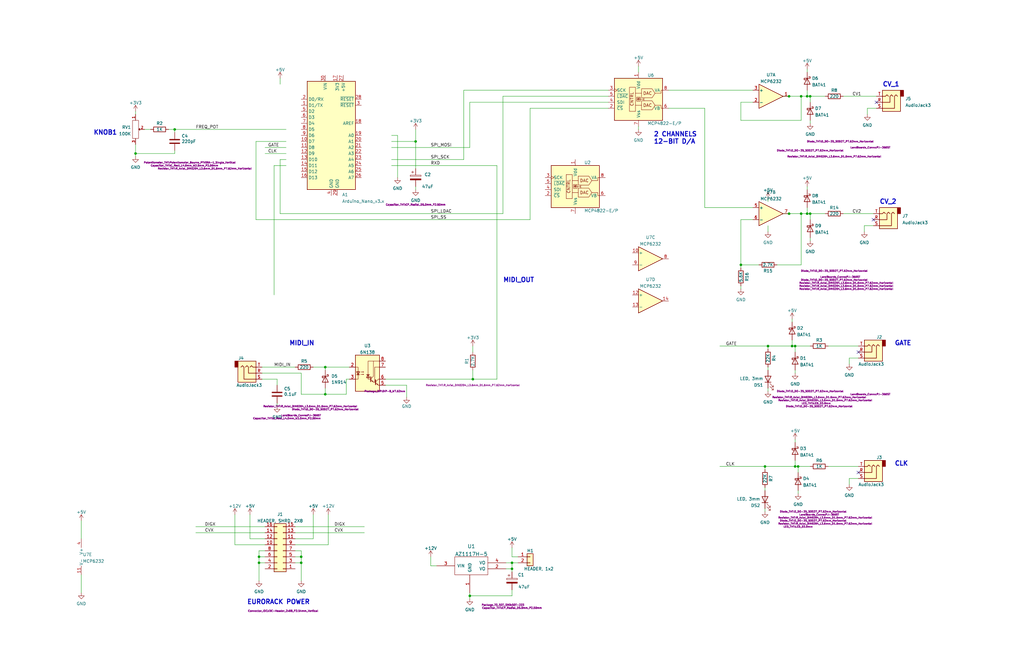
<source format=kicad_sch>
(kicad_sch (version 20211123) (generator eeschema)
  (paper "B")
  (title_block (title "SYNTH MIDI CONTROLLER") (date "2022-10-10") (rev "1") (company "LAND BOARDS LLC") (comment 1 "https://note.com/solder_state/n/n17e028497eba"))
  (lib_symbols
    (symbol "Amplifier_Operational:LM324" (pin_names (offset 0.127))
      (property "Reference" "U" (at 0 5.08 0))
      (property "Value" "LM324" (at 0 -5.08 0))
      (symbol "LM324_1_1"
        (polyline (pts (xy -5.08 5.08) (xy 5.08 0) (xy -5.08 -5.08) (xy -5.08 5.08)) (stroke (width 0.254)) (fill (type background)))
        (pin output line (at 7.62 0 180) (length 2.54) (name "~") (number "1"))
        (pin input line (at -7.62 -2.54 0) (length 2.54) (name "-") (number "2"))
        (pin input line (at -7.62 2.54 0) (length 2.54) (name "+") (number "3"))
      )
      (symbol "LM324_2_1"
        (polyline (pts (xy -5.08 5.08) (xy 5.08 0) (xy -5.08 -5.08) (xy -5.08 5.08)) (stroke (width 0.254)) (fill (type background)))
        (pin input line (at -7.62 2.54 0) (length 2.54) (name "+") (number "5"))
        (pin input line (at -7.62 -2.54 0) (length 2.54) (name "-") (number "6"))
        (pin output line (at 7.62 0 180) (length 2.54) (name "~") (number "7"))
      )
      (symbol "LM324_3_1"
        (polyline (pts (xy -5.08 5.08) (xy 5.08 0) (xy -5.08 -5.08) (xy -5.08 5.08)) (stroke (width 0.254)) (fill (type background)))
        (pin input line (at -7.62 2.54 0) (length 2.54) (name "+") (number "10"))
        (pin output line (at 7.62 0 180) (length 2.54) (name "~") (number "8"))
        (pin input line (at -7.62 -2.54 0) (length 2.54) (name "-") (number "9"))
      )
      (symbol "LM324_4_1"
        (polyline (pts (xy -5.08 5.08) (xy 5.08 0) (xy -5.08 -5.08) (xy -5.08 5.08)) (stroke (width 0.254)) (fill (type background)))
        (pin input line (at -7.62 2.54 0) (length 2.54) (name "+") (number "12"))
        (pin input line (at -7.62 -2.54 0) (length 2.54) (name "-") (number "13"))
        (pin output line (at 7.62 0 180) (length 2.54) (name "~") (number "14"))
      )
      (symbol "LM324_5_1"
        (pin power_in line (at -2.54 -7.62 90) (length 3.81) (name "V-") (number "11"))
        (pin power_in line (at -2.54 7.62 270) (length 3.81) (name "V+") (number "4"))
      )
    )
    (symbol "Analog_DAC:MCP4822" (pin_names (offset 1.016))
      (property "Reference" "U" (at -2.54 10.795 0))
      (property "Value" "MCP4822" (at -2.54 8.89 0))
      (symbol "MCP4822_0_0"
        (polyline (pts (xy 0 -1.778) (xy 0 -0.635)))
        (polyline (pts (xy 0.381 -0.889) (xy 0.508 -0.762)))
        (polyline (pts (xy 2.286 -1.143) (xy 2.286 -1.905)))
        (polyline (pts (xy 0.381 -0.889) (xy -0.381 -0.889) (xy -0.508 -1.016)))
        (polyline (pts (xy 0.762 -1.27) (xy 2.286 -1.27) (xy 2.286 -0.762)))
        (polyline (pts (xy 0 -0.889) (xy 0.508 -1.397) (xy -0.508 -1.397) (xy 0 -0.889)))
        (polyline (pts (xy 6.985 -3.81) (xy 9.525 -3.81) (xy 9.525 -5.08) (xy 10.16 -5.08)))
        (polyline (pts (xy 6.985 1.27) (xy 9.525 1.27) (xy 9.525 2.54) (xy 10.16 2.54)))
        (rectangle (start 0.762 -0.381) (end -0.762 -2.032))
        (text "CNTRL" (at -2.032 -4.191 900) (effects (font (size 1.27 1.27)) (justify left bottom)))
        (text "DAC" (at 3.81 -3.81 0) (effects (font (size 1.27 1.27))))
        (text "DAC" (at 3.81 1.27 0) (effects (font (size 1.27 1.27))))
      )
      (symbol "MCP4822_0_1"
        (rectangle (start -10.16 7.62) (end 10.16 -10.16) (stroke (width 0.254)) (fill (type background)))
        (rectangle (start -1.27 -6.35) (end -3.81 3.81))
        (polyline (pts (xy 1.27 -3.81) (xy -1.27 -3.81)))
        (polyline (pts (xy 1.27 1.27) (xy -1.27 1.27)))
        (polyline (pts (xy 6.985 -3.81) (xy 5.715 -1.905) (xy 1.27 -1.905) (xy 1.27 -5.715) (xy 5.715 -5.715) (xy 6.985 -3.81)))
        (polyline (pts (xy 6.985 1.27) (xy 5.715 3.175) (xy 1.27 3.175) (xy 1.27 -0.635) (xy 5.715 -0.635) (xy 6.985 1.27)))
      )
      (symbol "MCP4822_1_1"
        (pin power_in line (at 0 10.16 270) (length 2.54) (name "Vdd") (number "1"))
        (pin input line (at -12.7 -5.08 0) (length 2.54) (name "~{CS}") (number "2"))
        (pin input clock (at -12.7 2.54 0) (length 2.54) (name "SCK") (number "3"))
        (pin input line (at -12.7 -2.54 0) (length 2.54) (name "SDI") (number "4"))
        (pin input line (at -12.7 0 0) (length 2.54) (name "~{LDAC}") (number "5"))
        (pin output line (at 12.7 -5.08 180) (length 2.54) (name "VB") (number "6"))
        (pin power_in line (at 0 -12.7 90) (length 2.54) (name "Vss") (number "7"))
        (pin output line (at 12.7 2.54 180) (length 2.54) (name "VA") (number "8"))
      )
    )
    (symbol "Connector:AudioJack3"
      (property "Reference" "J" (at 0 8.89 0))
      (property "Value" "AudioJack3" (at 0 6.35 0))
      (symbol "AudioJack3_0_1"
        (rectangle (start -5.08 -5.08) (end -6.35 -2.54) (stroke (width 0.254)) (fill (type outline)))
        (polyline (pts (xy 0 -2.54) (xy 0.635 -3.175) (xy 1.27 -2.54) (xy 2.54 -2.54)) (stroke (width 0.254)))
        (polyline (pts (xy -1.905 -2.54) (xy -1.27 -3.175) (xy -0.635 -2.54) (xy -0.635 0) (xy 2.54 0)) (stroke (width 0.254)))
        (polyline (pts (xy 2.54 2.54) (xy -2.54 2.54) (xy -2.54 -2.54) (xy -3.175 -3.175) (xy -3.81 -2.54)) (stroke (width 0.254)))
        (rectangle (start 2.54 3.81) (end -5.08 -5.08) (stroke (width 0.254)) (fill (type background)))
      )
      (symbol "AudioJack3_1_1"
        (pin passive line (at 5.08 0 180) (length 2.54) (name "~") (number "R"))
        (pin passive line (at 5.08 2.54 180) (length 2.54) (name "~") (number "S"))
        (pin passive line (at 5.08 -2.54 180) (length 2.54) (name "~") (number "T"))
      )
    )
    (symbol "Connector_Generic:Conn_01x02" (pin_names (offset 1.016) hide)
      (property "Reference" "J" (at 0 2.54 0))
      (property "Value" "Conn_01x02" (at 0 -5.08 0))
      (symbol "Conn_01x02_1_1"
        (rectangle (start -1.27 -2.413) (end 0 -2.667) (stroke (width 0.1524)))
        (rectangle (start -1.27 0.127) (end 0 -0.127) (stroke (width 0.1524)))
        (rectangle (start -1.27 1.27) (end 1.27 -3.81) (stroke (width 0.254)) (fill (type background)))
        (pin passive line (at -5.08 0 0) (length 3.81) (name "Pin_1") (number "1"))
        (pin passive line (at -5.08 -2.54 0) (length 3.81) (name "Pin_2") (number "2"))
      )
    )
    (symbol "Connector_Generic:Conn_02x08_Odd_Even" (pin_names (offset 1.016) hide)
      (property "Reference" "J" (at 1.27 10.16 0))
      (property "Value" "Conn_02x08_Odd_Even" (at 1.27 -12.7 0))
      (symbol "Conn_02x08_Odd_Even_1_1"
        (rectangle (start -1.27 -10.033) (end 0 -10.287) (stroke (width 0.1524)))
        (rectangle (start -1.27 -7.493) (end 0 -7.747) (stroke (width 0.1524)))
        (rectangle (start -1.27 -4.953) (end 0 -5.207) (stroke (width 0.1524)))
        (rectangle (start -1.27 -2.413) (end 0 -2.667) (stroke (width 0.1524)))
        (rectangle (start -1.27 0.127) (end 0 -0.127) (stroke (width 0.1524)))
        (rectangle (start -1.27 2.667) (end 0 2.413) (stroke (width 0.1524)))
        (rectangle (start -1.27 5.207) (end 0 4.953) (stroke (width 0.1524)))
        (rectangle (start -1.27 7.747) (end 0 7.493) (stroke (width 0.1524)))
        (rectangle (start -1.27 8.89) (end 3.81 -11.43) (stroke (width 0.254)) (fill (type background)))
        (rectangle (start 3.81 -10.033) (end 2.54 -10.287) (stroke (width 0.1524)))
        (rectangle (start 3.81 -7.493) (end 2.54 -7.747) (stroke (width 0.1524)))
        (rectangle (start 3.81 -4.953) (end 2.54 -5.207) (stroke (width 0.1524)))
        (rectangle (start 3.81 -2.413) (end 2.54 -2.667) (stroke (width 0.1524)))
        (rectangle (start 3.81 0.127) (end 2.54 -0.127) (stroke (width 0.1524)))
        (rectangle (start 3.81 2.667) (end 2.54 2.413) (stroke (width 0.1524)))
        (rectangle (start 3.81 5.207) (end 2.54 4.953) (stroke (width 0.1524)))
        (rectangle (start 3.81 7.747) (end 2.54 7.493) (stroke (width 0.1524)))
        (pin passive line (at -5.08 7.62 0) (length 3.81) (name "Pin_1") (number "1"))
        (pin passive line (at 7.62 -2.54 180) (length 3.81) (name "Pin_10") (number "10"))
        (pin passive line (at -5.08 -5.08 0) (length 3.81) (name "Pin_11") (number "11"))
        (pin passive line (at 7.62 -5.08 180) (length 3.81) (name "Pin_12") (number "12"))
        (pin passive line (at -5.08 -7.62 0) (length 3.81) (name "Pin_13") (number "13"))
        (pin passive line (at 7.62 -7.62 180) (length 3.81) (name "Pin_14") (number "14"))
        (pin passive line (at -5.08 -10.16 0) (length 3.81) (name "Pin_15") (number "15"))
        (pin passive line (at 7.62 -10.16 180) (length 3.81) (name "Pin_16") (number "16"))
        (pin passive line (at 7.62 7.62 180) (length 3.81) (name "Pin_2") (number "2"))
        (pin passive line (at -5.08 5.08 0) (length 3.81) (name "Pin_3") (number "3"))
        (pin passive line (at 7.62 5.08 180) (length 3.81) (name "Pin_4") (number "4"))
        (pin passive line (at -5.08 2.54 0) (length 3.81) (name "Pin_5") (number "5"))
        (pin passive line (at 7.62 2.54 180) (length 3.81) (name "Pin_6") (number "6"))
        (pin passive line (at -5.08 0 0) (length 3.81) (name "Pin_7") (number "7"))
        (pin passive line (at 7.62 0 180) (length 3.81) (name "Pin_8") (number "8"))
        (pin passive line (at -5.08 -2.54 0) (length 3.81) (name "Pin_9") (number "9"))
      )
    )
    (symbol "Device:C" (pin_numbers hide) (pin_names (offset 0.254))
      (property "Reference" "C" (at 0.635 2.54 0))
      (property "Value" "C" (at 0.635 -2.54 0))
      (symbol "C_0_1"
        (polyline (pts (xy -2.032 -0.762) (xy 2.032 -0.762)) (stroke (width 0.508)))
        (polyline (pts (xy -2.032 0.762) (xy 2.032 0.762)) (stroke (width 0.508)))
      )
      (symbol "C_1_1"
        (pin passive line (at 0 3.81 270) (length 2.794) (name "~") (number "1"))
        (pin passive line (at 0 -3.81 90) (length 2.794) (name "~") (number "2"))
      )
    )
    (symbol "Device:C_Polarized" (pin_numbers hide) (pin_names (offset 0.254))
      (property "Reference" "C" (at 0.635 2.54 0))
      (property "Value" "C_Polarized" (at 0.635 -2.54 0))
      (symbol "C_Polarized_0_1"
        (rectangle (start -2.286 0.508) (end 2.286 1.016))
        (polyline (pts (xy -1.778 2.286) (xy -0.762 2.286)))
        (polyline (pts (xy -1.27 2.794) (xy -1.27 1.778)))
        (rectangle (start 2.286 -0.508) (end -2.286 -1.016) (fill (type outline)))
      )
      (symbol "C_Polarized_1_1"
        (pin passive line (at 0 3.81 270) (length 2.794) (name "~") (number "1"))
        (pin passive line (at 0 -3.81 90) (length 2.794) (name "~") (number "2"))
      )
    )
    (symbol "Device:D_Schottky" (pin_numbers hide) (pin_names (offset 1.016) hide)
      (property "Reference" "D" (at 0 2.54 0))
      (property "Value" "D_Schottky" (at 0 -2.54 0))
      (symbol "D_Schottky_0_1"
        (polyline (pts (xy 1.27 0) (xy -1.27 0)))
        (polyline (pts (xy 1.27 1.27) (xy 1.27 -1.27) (xy -1.27 0) (xy 1.27 1.27)) (stroke (width 0.254)))
        (polyline (pts (xy -1.905 0.635) (xy -1.905 1.27) (xy -1.27 1.27) (xy -1.27 -1.27) (xy -0.635 -1.27) (xy -0.635 -0.635)) (stroke (width 0.254)))
      )
      (symbol "D_Schottky_1_1"
        (pin passive line (at -3.81 0 0) (length 2.54) (name "K") (number "1"))
        (pin passive line (at 3.81 0 180) (length 2.54) (name "A") (number "2"))
      )
    )
    (symbol "Device:LED" (pin_numbers hide) (pin_names (offset 1.016) hide)
      (property "Reference" "D" (at 0 2.54 0))
      (property "Value" "LED" (at 0 -2.54 0))
      (symbol "LED_0_1"
        (polyline (pts (xy -1.27 -1.27) (xy -1.27 1.27)) (stroke (width 0.254)))
        (polyline (pts (xy -1.27 0) (xy 1.27 0)))
        (polyline (pts (xy 1.27 -1.27) (xy 1.27 1.27) (xy -1.27 0) (xy 1.27 -1.27)) (stroke (width 0.254)))
        (polyline (pts (xy -3.048 -0.762) (xy -4.572 -2.286) (xy -3.81 -2.286) (xy -4.572 -2.286) (xy -4.572 -1.524)))
        (polyline (pts (xy -1.778 -0.762) (xy -3.302 -2.286) (xy -2.54 -2.286) (xy -3.302 -2.286) (xy -3.302 -1.524)))
      )
      (symbol "LED_1_1"
        (pin passive line (at -3.81 0 0) (length 2.54) (name "K") (number "1"))
        (pin passive line (at 3.81 0 180) (length 2.54) (name "A") (number "2"))
      )
    )
    (symbol "Device:R" (pin_numbers hide) (pin_names (offset 0))
      (property "Reference" "R" (at 2.032 0 90))
      (property "Value" "R" (at 0 0 90))
      (symbol "R_0_1"
        (rectangle (start -1.016 -2.54) (end 1.016 2.54) (stroke (width 0.254)))
      )
      (symbol "R_1_1"
        (pin passive line (at 0 3.81 270) (length 1.27) (name "~") (number "1"))
        (pin passive line (at 0 -3.81 90) (length 1.27) (name "~") (number "2"))
      )
    )
    (symbol "Isolator:6N138" (pin_names (offset 1.016) hide)
      (property "Reference" "U" (at -4.064 8.89 0))
      (property "Value" "6N138" (at 2.286 8.89 0))
      (symbol "6N138_0_1"
        (rectangle (start -5.08 7.62) (end 5.08 -7.62) (stroke (width 0.254)) (fill (type background)))
        (polyline (pts (xy -4.572 -0.635) (xy -3.302 -0.635)) (stroke (width 0.254)))
        (polyline (pts (xy 0.889 -0.635) (xy -0.381 -0.635)) (stroke (width 0.254)))
        (polyline (pts (xy 1.397 -2.667) (xy 2.54 -3.81)))
        (polyline (pts (xy 1.397 -2.413) (xy 2.54 -1.27)))
        (polyline (pts (xy 2.54 -3.81) (xy 3.175 -3.81)))
        (polyline (pts (xy 3.429 -3.937) (xy 4.572 -5.08)))
        (polyline (pts (xy 3.429 -3.683) (xy 4.572 -2.54)))
        (polyline (pts (xy 4.572 -5.08) (xy 5.08 -5.08)))
        (polyline (pts (xy 4.572 -2.54) (xy 5.08 -2.54)))
        (polyline (pts (xy 1.397 -1.524) (xy 1.397 -3.556) (xy 1.397 -3.556)) (stroke (width 0.3556)))
        (polyline (pts (xy 2.54 -1.27) (xy 2.54 5.08) (xy 5.08 5.08)))
        (polyline (pts (xy 3.429 -2.794) (xy 3.429 -4.826) (xy 3.429 -4.826)) (stroke (width 0.3556)))
        (polyline (pts (xy 5.08 2.54) (xy 3.048 2.54) (xy 3.048 -3.81)))
        (polyline (pts (xy -5.08 -2.54) (xy -3.937 -2.54) (xy -3.937 2.54) (xy -5.08 2.54)))
        (polyline (pts (xy -3.937 -0.635) (xy -4.572 0.635) (xy -3.302 0.635) (xy -3.937 -0.635)) (stroke (width 0.254)))
        (polyline (pts (xy 0.254 -0.635) (xy 0.889 -1.905) (xy -0.381 -1.905) (xy 0.254 -0.635)) (stroke (width 0.254)))
        (polyline (pts (xy 1.27 -2.54) (xy 0.254 -2.54) (xy 0.254 5.08) (xy 2.54 5.08)))
        (polyline (pts (xy 2.413 -3.683) (xy 2.159 -3.175) (xy 1.905 -3.429) (xy 2.413 -3.683)))
        (polyline (pts (xy 4.445 -4.953) (xy 4.191 -4.445) (xy 3.937 -4.699) (xy 4.445 -4.953)))
        (polyline (pts (xy -2.794 -0.508) (xy -1.524 -0.508) (xy -1.905 -0.635) (xy -1.905 -0.381) (xy -1.524 -0.508)))
        (polyline (pts (xy -2.794 0.508) (xy -1.524 0.508) (xy -1.905 0.381) (xy -1.905 0.635) (xy -1.524 0.508)))
      )
      (symbol "6N138_1_1"
        (pin no_connect line (at -5.08 5.08 0) (length 2.54) hide (name "NC") (number "1"))
        (pin passive line (at -7.62 2.54 0) (length 2.54) (name "C1") (number "2"))
        (pin passive line (at -7.62 -2.54 0) (length 2.54) (name "C2") (number "3"))
        (pin no_connect line (at -5.08 -5.08 0) (length 2.54) hide (name "NC") (number "4"))
        (pin passive line (at 7.62 -5.08 180) (length 2.54) (name "GND") (number "5"))
        (pin passive line (at 7.62 -2.54 180) (length 2.54) (name "VO2") (number "6"))
        (pin passive line (at 7.62 2.54 180) (length 2.54) (name "VO1") (number "7"))
        (pin passive line (at 7.62 5.08 180) (length 2.54) (name "VCC") (number "8"))
      )
    )
    (symbol "LandBoards:POT" (pin_names (offset 1.016) hide)
      (property "Reference" "RV" (at 0 -2.54 0))
      (property "Value" "POT" (at 0 0 0))
      (symbol "POT_0_1"
        (rectangle (start -3.81 1.27) (end 3.81 -1.27))
        (polyline (pts (xy 0 1.27) (xy -0.508 1.778) (xy 0.508 1.778)) (fill (type outline)))
      )
      (symbol "POT_1_1"
        (pin passive line (at -6.35 0 0) (length 2.54) (name "1") (number "1"))
        (pin passive line (at 0 3.81 270) (length 2.032) (name "2") (number "2"))
        (pin passive line (at 6.35 0 180) (length 2.54) (name "3") (number "3"))
      )
    )
    (symbol "LandBoards_Semis:AP1117" (pin_names (offset 1.016))
      (property "Reference" "U" (at 2.54 3.81 0))
      (property "Value" "AP1117" (at 6.35 -6.35 0))
      (symbol "AP1117_0_1"
        (polyline (pts (xy -8.89 -5.08) (xy -8.89 2.54) (xy 5.08 2.54) (xy 5.08 -5.08) (xy -8.89 -5.08)))
      )
      (symbol "AP1117_1_1"
        (pin power_in line (at -2.54 -12.7 90) (length 7.62) (name "GND") (number "1"))
        (pin passive line (at 12.7 -2.54 180) (length 7.62) (name "VO") (number "2"))
        (pin power_in line (at -16.51 -1.27 0) (length 7.62) (name "VIN") (number "3"))
        (pin power_out line (at 12.7 0 180) (length 7.62) (name "VO") (number "4"))
      )
    )
    (symbol "MCU_Module:Arduino_Nano_v3.x"
      (property "Reference" "A" (at -10.16 23.495 0))
      (property "Value" "Arduino_Nano_v3.x" (at 5.08 -24.13 0))
      (symbol "Arduino_Nano_v3.x_0_1"
        (rectangle (start -10.16 22.86) (end 10.16 -22.86) (stroke (width 0.254)) (fill (type background)))
      )
      (symbol "Arduino_Nano_v3.x_1_1"
        (pin bidirectional line (at -12.7 12.7 0) (length 2.54) (name "D1/TX") (number "1"))
        (pin bidirectional line (at -12.7 -2.54 0) (length 2.54) (name "D7") (number "10"))
        (pin bidirectional line (at -12.7 -5.08 0) (length 2.54) (name "D8") (number "11"))
        (pin bidirectional line (at -12.7 -7.62 0) (length 2.54) (name "D9") (number "12"))
        (pin bidirectional line (at -12.7 -10.16 0) (length 2.54) (name "D10") (number "13"))
        (pin bidirectional line (at -12.7 -12.7 0) (length 2.54) (name "D11") (number "14"))
        (pin bidirectional line (at -12.7 -15.24 0) (length 2.54) (name "D12") (number "15"))
        (pin bidirectional line (at -12.7 -17.78 0) (length 2.54) (name "D13") (number "16"))
        (pin power_out line (at 2.54 25.4 270) (length 2.54) (name "3V3") (number "17"))
        (pin input line (at 12.7 5.08 180) (length 2.54) (name "AREF") (number "18"))
        (pin bidirectional line (at 12.7 0 180) (length 2.54) (name "A0") (number "19"))
        (pin bidirectional line (at -12.7 15.24 0) (length 2.54) (name "D0/RX") (number "2"))
        (pin bidirectional line (at 12.7 -2.54 180) (length 2.54) (name "A1") (number "20"))
        (pin bidirectional line (at 12.7 -5.08 180) (length 2.54) (name "A2") (number "21"))
        (pin bidirectional line (at 12.7 -7.62 180) (length 2.54) (name "A3") (number "22"))
        (pin bidirectional line (at 12.7 -10.16 180) (length 2.54) (name "A4") (number "23"))
        (pin bidirectional line (at 12.7 -12.7 180) (length 2.54) (name "A5") (number "24"))
        (pin bidirectional line (at 12.7 -15.24 180) (length 2.54) (name "A6") (number "25"))
        (pin bidirectional line (at 12.7 -17.78 180) (length 2.54) (name "A7") (number "26"))
        (pin power_out line (at 5.08 25.4 270) (length 2.54) (name "+5V") (number "27"))
        (pin input line (at 12.7 15.24 180) (length 2.54) (name "~{RESET}") (number "28"))
        (pin power_in line (at 2.54 -25.4 90) (length 2.54) (name "GND") (number "29"))
        (pin input line (at 12.7 12.7 180) (length 2.54) (name "~{RESET}") (number "3"))
        (pin power_in line (at -2.54 25.4 270) (length 2.54) (name "VIN") (number "30"))
        (pin power_in line (at 0 -25.4 90) (length 2.54) (name "GND") (number "4"))
        (pin bidirectional line (at -12.7 10.16 0) (length 2.54) (name "D2") (number "5"))
        (pin bidirectional line (at -12.7 7.62 0) (length 2.54) (name "D3") (number "6"))
        (pin bidirectional line (at -12.7 5.08 0) (length 2.54) (name "D4") (number "7"))
        (pin bidirectional line (at -12.7 2.54 0) (length 2.54) (name "D5") (number "8"))
        (pin bidirectional line (at -12.7 0 0) (length 2.54) (name "D6") (number "9"))
      )
    )
    (symbol "power:+12V" (power) (pin_names (offset 0))
      (property "Value" "+12V" (at 0 3.556 0))
      (symbol "+12V_0_1"
        (polyline (pts (xy -0.762 1.27) (xy 0 2.54)))
        (polyline (pts (xy 0 0) (xy 0 2.54)))
        (polyline (pts (xy 0 2.54) (xy 0.762 1.27)))
      )
      (symbol "+12V_1_1"
        (pin power_in line (at 0 0 90) (length 0) hide (name "+12V") (number "1"))
      )
    )
    (symbol "power:+3.3V" (power) (pin_names (offset 0))
      (property "Value" "+3.3V" (at 0 3.556 0))
      (symbol "+3.3V_0_1"
        (polyline (pts (xy -0.762 1.27) (xy 0 2.54)))
        (polyline (pts (xy 0 0) (xy 0 2.54)))
        (polyline (pts (xy 0 2.54) (xy 0.762 1.27)))
      )
      (symbol "+3.3V_1_1"
        (pin power_in line (at 0 0 90) (length 0) hide (name "+3V3") (number "1"))
      )
    )
    (symbol "power:+5V" (power) (pin_names (offset 0))
      (property "Value" "+5V" (at 0 3.556 0))
      (symbol "+5V_0_1"
        (polyline (pts (xy -0.762 1.27) (xy 0 2.54)))
        (polyline (pts (xy 0 0) (xy 0 2.54)))
        (polyline (pts (xy 0 2.54) (xy 0.762 1.27)))
      )
      (symbol "+5V_1_1"
        (pin power_in line (at 0 0 90) (length 0) hide (name "+5V") (number "1"))
      )
    )
    (symbol "power:GND" (power) (pin_names (offset 0))
      (property "Value" "GND" (at 0 -3.81 0))
      (symbol "GND_0_1"
        (polyline (pts (xy 0 0) (xy 0 -1.27) (xy 1.27 -1.27) (xy 0 -2.54) (xy -1.27 -1.27) (xy 0 -1.27)))
      )
      (symbol "GND_1_1"
        (pin power_in line (at 0 0 270) (length 0) hide (name "GND") (number "1"))
      )
    )
  )
  (junction (at 337.82 40.64))
  (junction (at 127 237.49))
  (junction (at 109.22 234.95))
  (junction (at 175.26 59.69))
  (junction (at 341.63 90.17))
  (junction (at 332.74 40.64))
  (junction (at 137.16 166.37))
  (junction (at 198.12 251.46))
  (junction (at 341.63 40.64))
  (junction (at 312.42 111.76))
  (junction (at 340.36 40.64))
  (junction (at 127 234.95))
  (junction (at 334.01 146.05))
  (junction (at 137.16 154.94))
  (junction (at 335.28 146.05))
  (junction (at 323.85 146.05))
  (junction (at 332.74 90.17))
  (junction (at 335.28 196.85))
  (junction (at 57.15 64.77))
  (junction (at 337.82 90.17))
  (junction (at 336.55 196.85))
  (junction (at 73.66 54.61))
  (junction (at 215.9 240.03))
  (junction (at 215.9 237.49))
  (junction (at 340.36 90.17))
  (junction (at 109.22 237.49))
  (junction (at 199.39 160.02))
  (junction (at 322.58 196.85))
  (no_connect (at 361.95 148.59))
  (no_connect (at 369.57 43.18))
  (no_connect (at 361.95 199.39))
  (no_connect (at 368.3 92.71))
  (wire (pts (xy 137.16 166.37) (xy 137.16 163.83)))
  (wire (pts (xy 110.49 160.02) (xy 116.84 160.02)))
  (wire (pts (xy 99.06 217.17) (xy 99.06 229.87)))
  (wire (pts (xy 127 234.95) (xy 127 237.49)))
  (wire (pts (xy 60.96 54.61) (xy 63.5 54.61)))
  (wire (pts (xy 57.15 64.77) (xy 57.15 60.96)))
  (wire (pts (xy 107.95 92.71) (xy 223.52 92.71)))
  (wire (pts (xy 213.36 237.49) (xy 215.9 237.49)))
  (wire (pts (xy 355.6 90.17) (xy 368.3 90.17)))
  (wire (pts (xy 127 166.37) (xy 137.16 166.37)))
  (wire (pts (xy 165.1 59.69) (xy 175.26 59.69)))
  (wire (pts (xy 124.46 229.87) (xy 138.43 229.87)))
  (wire (pts (xy 340.36 29.21) (xy 340.36 30.48)))
  (wire (pts (xy 213.36 240.03) (xy 215.9 240.03)))
  (wire (pts (xy 146.05 166.37) (xy 146.05 160.02)))
  (wire (pts (xy 312.42 50.8) (xy 312.42 43.18)))
  (wire (pts (xy 323.85 95.25) (xy 323.85 97.79)))
  (wire (pts (xy 335.28 146.05) (xy 335.28 148.59)))
  (wire (pts (xy 340.36 78.74) (xy 340.36 80.01)))
  (wire (pts (xy 137.16 166.37) (xy 146.05 166.37)))
  (wire (pts (xy 120.65 67.31) (xy 118.11 67.31)))
  (wire (pts (xy 364.49 95.25) (xy 368.3 95.25)))
  (wire (pts (xy 198.12 251.46) (xy 215.9 251.46)))
  (wire (pts (xy 118.11 90.17) (xy 212.09 90.17)))
  (wire (pts (xy 124.46 222.25) (xy 153.67 222.25)))
  (wire (pts (xy 337.82 40.64) (xy 340.36 40.64)))
  (wire (pts (xy 322.58 215.9) (xy 322.58 214.63)))
  (wire (pts (xy 116.84 171.45) (xy 116.84 170.18)))
  (wire (pts (xy 334.01 134.62) (xy 334.01 135.89)))
  (wire (pts (xy 365.76 48.26) (xy 365.76 45.72)))
  (wire (pts (xy 358.14 153.67) (xy 358.14 151.13)))
  (wire (pts (xy 335.28 194.31) (xy 335.28 196.85)))
  (wire (pts (xy 171.45 162.56) (xy 171.45 167.64)))
  (wire (pts (xy 138.43 217.17) (xy 138.43 229.87)))
  (wire (pts (xy 181.61 238.76) (xy 184.15 238.76)))
  (wire (pts (xy 111.76 229.87) (xy 99.06 229.87)))
  (wire (pts (xy 341.63 40.64) (xy 341.63 43.18)))
  (wire (pts (xy 107.95 59.69) (xy 107.95 92.71)))
  (wire (pts (xy 215.9 234.95) (xy 215.9 231.14)))
  (wire (pts (xy 111.76 62.23) (xy 120.65 62.23)))
  (wire (pts (xy 336.55 196.85) (xy 336.55 199.39)))
  (wire (pts (xy 124.46 232.41) (xy 127 232.41)))
  (wire (pts (xy 336.55 196.85) (xy 341.63 196.85)))
  (wire (pts (xy 334.01 143.51) (xy 334.01 146.05)))
  (wire (pts (xy 118.11 35.56) (xy 118.11 33.02)))
  (wire (pts (xy 337.82 90.17) (xy 340.36 90.17)))
  (wire (pts (xy 73.66 54.61) (xy 73.66 55.88)))
  (wire (pts (xy 358.14 151.13) (xy 361.95 151.13)))
  (wire (pts (xy 335.28 185.42) (xy 335.28 186.69)))
  (wire (pts (xy 312.42 43.18) (xy 317.5 43.18)))
  (wire (pts (xy 162.56 162.56) (xy 171.45 162.56)))
  (wire (pts (xy 198.12 251.46) (xy 198.12 252.73)))
  (wire (pts (xy 115.57 69.85) (xy 115.57 124.46)))
  (wire (pts (xy 82.55 222.25) (xy 111.76 222.25)))
  (wire (pts (xy 327.66 111.76) (xy 337.82 111.76)))
  (wire (pts (xy 323.85 146.05) (xy 334.01 146.05)))
  (wire (pts (xy 111.76 232.41) (xy 109.22 232.41)))
  (wire (pts (xy 146.05 160.02) (xy 147.32 160.02)))
  (wire (pts (xy 323.85 156.21) (xy 323.85 154.94)))
  (wire (pts (xy 364.49 97.79) (xy 364.49 95.25)))
  (wire (pts (xy 358.14 204.47) (xy 358.14 201.93)))
  (wire (pts (xy 322.58 196.85) (xy 335.28 196.85)))
  (wire (pts (xy 215.9 240.03) (xy 215.9 241.3)))
  (wire (pts (xy 303.53 146.05) (xy 323.85 146.05)))
  (wire (pts (xy 111.76 227.33) (xy 105.41 227.33)))
  (wire (pts (xy 109.22 237.49) (xy 111.76 237.49)))
  (wire (pts (xy 341.63 90.17) (xy 341.63 92.71)))
  (wire (pts (xy 312.42 92.71) (xy 317.5 92.71)))
  (wire (pts (xy 120.65 59.69) (xy 107.95 59.69)))
  (wire (pts (xy 137.16 154.94) (xy 137.16 156.21)))
  (wire (pts (xy 341.63 52.07) (xy 341.63 50.8)))
  (wire (pts (xy 341.63 90.17) (xy 347.98 90.17)))
  (wire (pts (xy 127 232.41) (xy 127 234.95)))
  (wire (pts (xy 312.42 111.76) (xy 312.42 113.03)))
  (wire (pts (xy 71.12 54.61) (xy 73.66 54.61)))
  (wire (pts (xy 303.53 196.85) (xy 322.58 196.85)))
  (wire (pts (xy 165.1 69.85) (xy 209.55 69.85)))
  (wire (pts (xy 162.56 160.02) (xy 199.39 160.02)))
  (wire (pts (xy 124.46 224.79) (xy 153.67 224.79)))
  (wire (pts (xy 212.09 90.17) (xy 212.09 40.64)))
  (wire (pts (xy 337.82 111.76) (xy 337.82 90.17)))
  (wire (pts (xy 335.28 196.85) (xy 336.55 196.85)))
  (wire (pts (xy 312.42 120.65) (xy 312.42 121.92)))
  (wire (pts (xy 57.15 66.04) (xy 57.15 64.77)))
  (wire (pts (xy 132.08 154.94) (xy 137.16 154.94)))
  (wire (pts (xy 165.1 67.31) (xy 195.58 67.31)))
  (wire (pts (xy 34.29 219.71) (xy 34.29 227.33)))
  (wire (pts (xy 109.22 232.41) (xy 109.22 234.95)))
  (wire (pts (xy 332.74 90.17) (xy 337.82 90.17)))
  (wire (pts (xy 199.39 160.02) (xy 199.39 156.21)))
  (wire (pts (xy 165.1 57.15) (xy 167.64 57.15)))
  (wire (pts (xy 73.66 54.61) (xy 120.65 54.61)))
  (wire (pts (xy 195.58 38.1) (xy 195.58 67.31)))
  (wire (pts (xy 323.85 83.82) (xy 323.85 85.09)))
  (wire (pts (xy 198.12 43.18) (xy 256.54 43.18)))
  (wire (pts (xy 340.36 38.1) (xy 340.36 40.64)))
  (wire (pts (xy 175.26 80.01) (xy 175.26 78.74)))
  (wire (pts (xy 212.09 40.64) (xy 256.54 40.64)))
  (wire (pts (xy 323.85 165.1) (xy 323.85 163.83)))
  (wire (pts (xy 181.61 234.95) (xy 181.61 238.76)))
  (wire (pts (xy 340.36 90.17) (xy 341.63 90.17)))
  (wire (pts (xy 223.52 45.72) (xy 256.54 45.72)))
  (wire (pts (xy 269.24 53.34) (xy 269.24 54.61)))
  (wire (pts (xy 218.44 234.95) (xy 215.9 234.95)))
  (wire (pts (xy 297.18 87.63) (xy 317.5 87.63)))
  (wire (pts (xy 165.1 62.23) (xy 198.12 62.23)))
  (wire (pts (xy 281.94 38.1) (xy 317.5 38.1)))
  (wire (pts (xy 198.12 43.18) (xy 198.12 62.23)))
  (wire (pts (xy 335.28 157.48) (xy 335.28 156.21)))
  (wire (pts (xy 109.22 237.49) (xy 109.22 245.11)))
  (wire (pts (xy 116.84 160.02) (xy 116.84 162.56)))
  (wire (pts (xy 297.18 45.72) (xy 297.18 87.63)))
  (wire (pts (xy 281.94 45.72) (xy 297.18 45.72)))
  (wire (pts (xy 337.82 50.8) (xy 337.82 40.64)))
  (wire (pts (xy 341.63 40.64) (xy 347.98 40.64)))
  (wire (pts (xy 340.36 40.64) (xy 341.63 40.64)))
  (wire (pts (xy 137.16 154.94) (xy 147.32 154.94)))
  (wire (pts (xy 312.42 50.8) (xy 337.82 50.8)))
  (wire (pts (xy 132.08 227.33) (xy 132.08 217.17)))
  (wire (pts (xy 198.12 250.19) (xy 198.12 251.46)))
  (wire (pts (xy 110.49 157.48) (xy 127 157.48)))
  (wire (pts (xy 215.9 251.46) (xy 215.9 248.92)))
  (wire (pts (xy 215.9 237.49) (xy 218.44 237.49)))
  (wire (pts (xy 341.63 101.6) (xy 341.63 100.33)))
  (wire (pts (xy 358.14 201.93) (xy 361.95 201.93)))
  (wire (pts (xy 127 237.49) (xy 127 245.11)))
  (wire (pts (xy 334.01 146.05) (xy 335.28 146.05)))
  (wire (pts (xy 73.66 63.5) (xy 73.66 64.77)))
  (wire (pts (xy 349.25 196.85) (xy 361.95 196.85)))
  (wire (pts (xy 215.9 240.03) (xy 215.9 237.49)))
  (wire (pts (xy 57.15 46.99) (xy 57.15 48.26)))
  (wire (pts (xy 109.22 234.95) (xy 111.76 234.95)))
  (wire (pts (xy 175.26 54.61) (xy 175.26 59.69)))
  (wire (pts (xy 330.2 90.17) (xy 332.74 90.17)))
  (wire (pts (xy 127 157.48) (xy 127 166.37)))
  (wire (pts (xy 109.22 234.95) (xy 109.22 237.49)))
  (wire (pts (xy 118.11 67.31) (xy 118.11 90.17)))
  (wire (pts (xy 322.58 196.85) (xy 322.58 198.12)))
  (wire (pts (xy 57.15 64.77) (xy 73.66 64.77)))
  (wire (pts (xy 124.46 237.49) (xy 127 237.49)))
  (wire (pts (xy 82.55 224.79) (xy 111.76 224.79)))
  (wire (pts (xy 199.39 146.05) (xy 199.39 148.59)))
  (wire (pts (xy 167.64 57.15) (xy 167.64 74.93)))
  (wire (pts (xy 349.25 146.05) (xy 361.95 146.05)))
  (wire (pts (xy 223.52 92.71) (xy 223.52 45.72)))
  (wire (pts (xy 332.74 40.64) (xy 337.82 40.64)))
  (wire (pts (xy 365.76 45.72) (xy 369.57 45.72)))
  (wire (pts (xy 124.46 227.33) (xy 132.08 227.33)))
  (wire (pts (xy 312.42 111.76) (xy 312.42 92.71)))
  (wire (pts (xy 199.39 160.02) (xy 209.55 160.02)))
  (wire (pts (xy 105.41 227.33) (xy 105.41 217.17)))
  (wire (pts (xy 336.55 208.28) (xy 336.55 207.01)))
  (wire (pts (xy 330.2 40.64) (xy 332.74 40.64)))
  (wire (pts (xy 124.46 234.95) (xy 127 234.95)))
  (wire (pts (xy 209.55 69.85) (xy 209.55 160.02)))
  (wire (pts (xy 124.46 154.94) (xy 110.49 154.94)))
  (wire (pts (xy 322.58 205.74) (xy 322.58 207.01)))
  (wire (pts (xy 111.76 64.77) (xy 120.65 64.77)))
  (wire (pts (xy 120.65 69.85) (xy 115.57 69.85)))
  (wire (pts (xy 320.04 111.76) (xy 312.42 111.76)))
  (wire (pts (xy 335.28 146.05) (xy 341.63 146.05)))
  (wire (pts (xy 269.24 27.94) (xy 269.24 30.48)))
  (wire (pts (xy 175.26 71.12) (xy 175.26 59.69)))
  (wire (pts (xy 340.36 87.63) (xy 340.36 90.17)))
  (wire (pts (xy 34.29 242.57) (xy 34.29 250.19)))
  (wire (pts (xy 195.58 38.1) (xy 256.54 38.1)))
  (wire (pts (xy 323.85 146.05) (xy 323.85 147.32)))
  (wire (pts (xy 355.6 40.64) (xy 369.57 40.64)))
  (text "CV_2" (at 370.84 86.36 0) (effects (font (size 1.905 1.905) (thickness 0.381) bold) (justify left bottom)))
  (text "GATE" (at 377.19 146.05 0) (effects (font (size 1.905 1.905) (thickness 0.381) bold) (justify left bottom)))
  (text "MIDI_IN" (at 121.92 146.05 0) (effects (font (size 1.905 1.905) (thickness 0.381) bold) (justify left bottom)))
  (text "2 CHANNELS\n12-BIT D/A" (at 275.59 60.96 0) (effects (font (size 1.905 1.905) (thickness 0.381) bold) (justify left bottom)))
  (text "KNOB1" (at 39.37 57.15 0) (effects (font (size 1.905 1.905) (thickness 0.381) bold) (justify left bottom)))
  (text "MIDI_OUT" (at 212.09 119.38 0) (effects (font (size 1.905 1.905) (thickness 0.381) bold) (justify left bottom)))
  (text "CLK" (at 377.19 196.85 0) (effects (font (size 1.905 1.905) (thickness 0.381) bold) (justify left bottom)))
  (text "CV_1" (at 372.11 36.83 0) (effects (font (size 1.905 1.905) (thickness 0.381) bold) (justify left bottom)))
  (text "EURORACK POWER" (at 104.14 255.27 0) (effects (font (size 1.905 1.905) (thickness 0.381) bold) (justify left bottom)))
  (label "SPI_SS" (at 181.61 92.71 0))
  (label "CVX" (at 140.97 224.79 0))
  (label "CVX" (at 86.36 224.79 0))
  (label "FREQ_POT" (at 82.55 54.61 0))
  (label "RXD" (at 181.61 69.85 0))
  (label "MIDI_IN" (at 115.57 154.94 0))
  (label "DIGX" (at 140.97 222.25 0))
  (label "DIGX" (at 86.36 222.25 0))
  (label "SPI_SCK" (at 181.61 67.31 0))
  (label "CLK" (at 306.07 196.85 0))
  (label "GATE" (at 113.03 62.23 0))
  (label "SPI_MOSI" (at 181.61 62.23 0))
  (label "CV2" (at 359.41 90.17 0))
  (label "CV1" (at 359.41 40.64 0))
  (label "GATE" (at 306.07 146.05 0))
  (label "CLK" (at 113.03 64.77 0))
  (label "SPI_LDAC" (at 181.61 90.17 0))
  (symbol (lib_id "power:GND") (at 167.64 74.93 0) (unit 1)
    (property "Reference" "#PWR0105" (effects hide))
    (property "Value" "GND" (at 167.64 79.4925 0))
  )
  (symbol (lib_id "Amplifier_Operational:LM324") (at 274.32 127 0) (unit 4)
    (property "Reference" "U7" (at 274.32 117.9535 0))
    (property "Value" "MCP6232" (at 274.32 120.7286 0))
    (property "Footprint" "Package_DIP:DIP-14_W7.62mm_Socket_LongPads" (effects hide))
  )
  (symbol (lib_id "Device:D_Schottky") (at 341.63 46.99 270) (unit 1)
    (property "Reference" "D7" (at 343.662 45.764 90) (effects (justify left)))
    (property "Value" "BAT41" (at 343.662 48.5391 90) (effects (justify left)))
    (property "Footprint" "Diode_THT:D_DO-35_SOD27_P7.62mm_Horizontal" (at 341.63 63.5 90) (effects (font (size 0.762 0.762))))
    (property "Datasheet" "https://www.mouser.com/ProductDetail/511-BAT41" (effects hide))
  )
  (symbol (lib_id "Analog_DAC:MCP4822") (at 269.24 40.64 0) (unit 1)
    (property "Reference" "U6" (at 273.05 31.75 0) (effects (justify left)))
    (property "Value" "MCP4822-E/P" (at 273.05 52.07 0) (effects (justify left)))
    (property "Footprint" "Package_DIP:DIP-8_W7.62mm" (effects hide))
    (property "Datasheet" "http://ww1.microchip.com/downloads/en/DeviceDoc/20002249B.pdf" (effects hide))
  )
  (symbol (lib_id "power:GND") (at 116.84 171.45 0) (unit 1)
    (property "Reference" "#PWR0145" (effects hide))
    (property "Value" "GND" (at 116.84 176.0125 0))
  )
  (symbol (lib_id "Device:C_Polarized") (at 215.9 245.11 0) (unit 1)
    (property "Reference" "C1" (at 219.71 242.57 0))
    (property "Value" "47uF" (at 220.98 247.65 0))
    (property "Footprint" "Capacitor_THT:CP_Radial_D5.0mm_P2.50mm" (at 215.9 256.54 0) (effects (font (size 0.762 0.762))))
    (property "Datasheet" "https://www.mouser.com/ProductDetail/140-REA470M1CBK0511P" (effects hide))
  )
  (symbol (lib_id "power:+5V") (at 334.01 134.62 0) (unit 1)
    (property "Reference" "#PWR0110" (effects hide))
    (property "Value" "+5V" (at 334.01 131.0155 0))
  )
  (symbol (lib_id "MCU_Module:Arduino_Nano_v3.x") (at 139.7 57.15 0) (unit 1)
    (property "Reference" "A1" (at 144.2594 82.1595 0) (effects (justify left)))
    (property "Value" "Arduino_Nano_v3.x" (at 144.2594 84.9346 0) (effects (justify left)))
    (property "Footprint" "Module:Arduino_Nano" (effects hide))
    (property "Datasheet" "http://www.mouser.com/pdfdocs/Gravitech_Arduino_Nano3_0.pdf" (effects hide))
  )
  (symbol (lib_id "Device:R") (at 128.27 154.94 90) (unit 1)
    (property "Reference" "R5" (at 128.27 152.4 90))
    (property "Value" "220" (at 128.27 154.94 90))
    (property "Footprint" "Resistor_THT:R_Axial_DIN0204_L3.6mm_D1.6mm_P7.62mm_Horizontal" (at 130.81 171.45 90) (effects (font (size 0.762 0.762))))
    (property "Datasheet" "https://www.mouser.com/ProductDetail/Xicon/299-220-RC?qs=MNX0Jdkv8mSgBtBJYBhvZQ%3D%3D" (effects hide))
  )
  (symbol (lib_id "power:GND") (at 109.22 245.11 0) (unit 1)
    (property "Reference" "#PWR0125" (effects hide))
    (property "Value" "GND" (at 109.22 249.6725 0))
  )
  (symbol (lib_id "Device:R") (at 67.31 54.61 90) (unit 1)
    (property "Reference" "R2" (at 67.31 52.07 90))
    (property "Value" "1K" (at 67.31 54.61 90))
    (property "Footprint" "Resistor_THT:R_Axial_DIN0204_L3.6mm_D1.6mm_P7.62mm_Horizontal" (at 86.36 71.12 90) (effects (font (size 0.762 0.762))))
    (property "Datasheet" "https://www.mouser.com/ProductDetail/Xicon/299-1K-RC?qs=LFVzBv9lGv703mrPrUE94Q%3D%3D" (effects hide))
  )
  (symbol (lib_id "power:GND") (at 198.12 252.73 0) (unit 1)
    (property "Reference" "#PWR0135" (effects hide))
    (property "Value" "GND" (at 198.12 257.2925 0))
  )
  (symbol (lib_id "Amplifier_Operational:LM324") (at 36.83 234.95 0) (unit 5)
    (property "Reference" "U7" (at 34.925 234.0415 0) (effects (justify left)))
    (property "Value" "MCP6232" (at 34.925 236.8166 0) (effects (justify left)))
    (property "Footprint" "Package_DIP:DIP-14_W7.62mm_Socket_LongPads" (effects hide))
  )
  (symbol (lib_id "Device:C") (at 73.66 59.69 0) (unit 1)
    (property "Reference" "C4" (at 76.581 57.3786 0) (effects (justify left)))
    (property "Value" "220pF" (at 76.581 59.69 0) (effects (justify left)))
    (property "Footprint" "Capacitor_THT:C_Rect_L4.0mm_W2.5mm_P2.50mm" (at 63.5 69.85 0) (effects (font (size 0.762 0.762)) (justify left)))
    (property "Datasheet" "https://www.mouser.com/ProductDetail/Vishay-BC-Components/K221K10X7RF5UH5?qs=sGAEpiMZZMuMW9TJLBQkXu2c9BtsLrsC%252BWONpigCilU%3D" (effects hide))
  )
  (symbol (lib_id "power:GND") (at 358.14 204.47 0) (unit 1)
    (property "Reference" "#PWR0131" (effects hide))
    (property "Value" "GND" (at 358.14 209.0325 0))
  )
  (symbol (lib_id "Isolator:6N138") (at 154.94 157.48 0) (unit 1)
    (property "Reference" "U3" (at 154.94 145.8935 0))
    (property "Value" "6N138" (at 154.94 148.6686 0))
    (property "Footprint" "Package_DIP:DIP-8_W7.62mm" (at 162.306 165.1 0) (effects (font (size 0.762 0.762))))
    (property "Datasheet" "http://www.onsemi.com/pub/Collateral/HCPL2731-D.pdf" (effects hide))
  )
  (symbol (lib_id "power:+5V") (at 215.9 231.14 0) (unit 1)
    (property "Reference" "#PWR0134" (effects hide))
    (property "Value" "+5V" (at 215.9 227.5355 0))
  )
  (symbol (lib_id "Device:D_Schottky") (at 340.36 34.29 270) (unit 1)
    (property "Reference" "D6" (at 342.392 33.064 90) (effects (justify left)))
    (property "Value" "BAT41" (at 342.392 35.8391 90) (effects (justify left)))
    (property "Footprint" "Diode_THT:D_DO-35_SOD27_P7.62mm_Horizontal" (at 354.33 59.69 90) (effects (font (size 0.762 0.762))))
    (property "Datasheet" "https://www.mouser.com/ProductDetail/511-BAT41" (effects hide))
  )
  (symbol (lib_id "power:GND") (at 358.14 153.67 0) (unit 1)
    (property "Reference" "#PWR0112" (effects hide))
    (property "Value" "GND" (at 358.14 158.2325 0))
  )
  (symbol (lib_id "power:+5V") (at 340.36 29.21 0) (unit 1)
    (property "Reference" "#PWR0103" (effects hide))
    (property "Value" "+5V" (at 340.36 25.6055 0))
  )
  (symbol (lib_id "Device:LED") (at 323.85 160.02 90) (unit 1)
    (property "Reference" "DS1" (at 321.818 162.516 90) (effects (justify left)))
    (property "Value" "LED, 3mm" (at 321.818 159.7409 90) (effects (justify left)))
    (property "Footprint" "LED_THT:LED_D3.0mm" (at 344.17 170.18 90) (effects (font (size 0.762 0.762))))
  )
  (symbol (lib_id "Device:R") (at 345.44 146.05 90) (unit 1)
    (property "Reference" "R3" (at 345.44 143.51 90))
    (property "Value" "1K" (at 345.44 146.05 90))
    (property "Footprint" "Resistor_THT:R_Axial_DIN0204_L3.6mm_D1.6mm_P7.62mm_Horizontal" (at 345.44 167.64 90) (effects (font (size 0.762 0.762))))
    (property "Datasheet" "https://www.mouser.com/ProductDetail/Xicon/299-1K-RC?qs=LFVzBv9lGv703mrPrUE94Q%3D%3D" (effects hide))
  )
  (symbol (lib_id "Device:D_Schottky") (at 341.63 96.52 270) (unit 1)
    (property "Reference" "D9" (at 343.662 95.294 90) (effects (justify left)))
    (property "Value" "BAT41" (at 343.662 98.0691 90) (effects (justify left)))
    (property "Footprint" "Diode_THT:D_DO-35_SOD27_P7.62mm_Horizontal" (at 351.79 118.11 90) (effects (font (size 0.762 0.762))))
    (property "Datasheet" "https://www.mouser.com/ProductDetail/511-BAT41" (effects hide))
  )
  (symbol (lib_id "Connector:AudioJack3") (at 373.38 92.71 180) (unit 1)
    (property "Reference" "J7" (at 380.4919 91.1665 0) (effects (justify right)))
    (property "Value" "AudioJack3" (at 380.4919 93.9416 0) (effects (justify right)))
    (property "Footprint" "LandBoards_Conns:PJ-366ST" (at 354.33 116.84 0) (effects (font (size 0.762 0.762))))
    (property "Datasheet" "https://www.mouser.com/ProductDetail/490-SJ1-3523N" (effects hide))
  )
  (symbol (lib_id "power:+12V") (at 99.06 217.17 0) (unit 1)
    (property "Reference" "#PWR0129" (effects hide))
    (property "Value" "+12V" (at 99.06 213.5655 0))
  )
  (symbol (lib_id "Amplifier_Operational:LM324") (at 274.32 109.22 0) (unit 3)
    (property "Reference" "U7" (at 274.32 100.1735 0))
    (property "Value" "MCP6232" (at 274.32 102.9486 0))
    (property "Footprint" "Package_DIP:DIP-14_W7.62mm_Socket_LongPads" (effects hide))
  )
  (symbol (lib_id "Device:C") (at 116.84 166.37 0) (unit 1)
    (property "Reference" "C5" (at 119.761 164.0586 0) (effects (justify left)))
    (property "Value" "0.1uF" (at 119.761 166.37 0) (effects (justify left)))
    (property "Footprint" "Capacitor_THT:C_Rect_L4.0mm_W2.5mm_P2.50mm" (at 106.68 176.53 0) (effects (font (size 0.762 0.762)) (justify left)))
    (property "Datasheet" "https://www.mouser.com/ProductDetail/Vishay-BC-Components/K221K10X7RF5UH5?qs=sGAEpiMZZMuMW9TJLBQkXu2c9BtsLrsC%252BWONpigCilU%3D" (effects hide))
  )
  (symbol (lib_id "Device:D_Schottky") (at 137.16 160.02 270) (unit 1)
    (property "Reference" "D5" (at 139.7 158.75 90) (effects (justify left)))
    (property "Value" "1N914" (at 139.7 161.29 90) (effects (justify left)))
    (property "Footprint" "Diode_THT:D_DO-35_SOD27_P7.62mm_Horizontal" (at 137.16 172.72 90) (effects (font (size 0.762 0.762))))
  )
  (symbol (lib_id "LandBoards_Semis:AP1117") (at 200.66 237.49 0) (unit 1)
    (property "Reference" "U1" (at 198.755 230.5461 0) (effects (font (size 1.524 1.524))))
    (property "Value" "AZ1117H-5" (at 198.755 233.8251 0) (effects (font (size 1.524 1.524))))
    (property "Footprint" "Package_TO_SOT_SMD:SOT-223" (at 212.09 255.27 0) (effects (font (size 0.762 0.762))))
    (property "Datasheet" "https://www.mouser.com/ProductDetail/Diodes-Incorporated/AZ1117H-5.0TRG1?qs=5V6w%252Be2aIqZ8sF7chzoKCQ%3D%3D" (effects hide))
  )
  (symbol (lib_id "Device:R") (at 323.85 111.76 90) (unit 1)
    (property "Reference" "R15" (at 323.85 114.3 90))
    (property "Value" "2.7K" (at 323.85 111.76 90))
    (property "Footprint" "Resistor_THT:R_Axial_DIN0204_L3.6mm_D1.6mm_P7.62mm_Horizontal" (at 356.87 120.65 90) (effects (font (size 0.762 0.762))))
    (property "Datasheet" "https://www.mouser.com/ProductDetail/Xicon/299-2.7K-RC?qs=vtYfS42NOfUyY19ul2jqBQ%3D%3D" (effects hide))
  )
  (symbol (lib_id "Device:R") (at 322.58 201.93 180) (unit 1)
    (property "Reference" "R7" (at 325.12 201.93 90))
    (property "Value" "22K" (at 322.58 201.93 90))
    (property "Footprint" "Resistor_THT:R_Axial_DIN0204_L3.6mm_D1.6mm_P7.62mm_Horizontal" (at 347.98 220.98 0) (effects (font (size 0.762 0.762))))
    (property "Datasheet" "https://www.mouser.com/ProductDetail/Xicon/299-22K-RC?qs=TIe0t8ne477uPubRcnOArw%3D%3D" (effects hide))
  )
  (symbol (lib_id "Connector_Generic:Conn_01x02") (at 223.52 234.95 0) (unit 1)
    (property "Reference" "H1" (at 222.25 232.41 0) (effects (justify left)))
    (property "Value" "HEADER, 1x2" (at 220.98 240.03 0) (effects (justify left)))
    (property "Footprint" "Connector_PinHeader_2.54mm:PinHeader_1x02_P2.54mm_Vertical" (effects hide))
  )
  (symbol (lib_id "power:GND") (at 335.28 157.48 0) (unit 1)
    (property "Reference" "#PWR0113" (effects hide))
    (property "Value" "GND" (at 335.28 162.0425 0))
  )
  (symbol (lib_id "Connector:AudioJack3") (at 105.41 157.48 0) (mirror x) (unit 1)
    (property "Reference" "J4" (at 102.87 151.13 0) (effects (justify right)))
    (property "Value" "AudioJack3" (at 110.49 162.56 0) (effects (justify right)))
    (property "Footprint" "LandBoards_Conns:PJ-366ST" (at 127 175.26 0) (effects (font (size 0.762 0.762))))
    (property "Datasheet" "https://www.mouser.com/ProductDetail/490-SJ1-3523N" (effects hide))
  )
  (symbol (lib_id "Device:R") (at 199.39 152.4 180) (unit 1)
    (property "Reference" "R1" (at 196.85 152.4 90))
    (property "Value" "2.7K" (at 199.39 152.4 90))
    (property "Footprint" "Resistor_THT:R_Axial_DIN0204_L3.6mm_D1.6mm_P7.62mm_Horizontal" (at 199.39 162.56 0) (effects (font (size 0.762 0.762))))
    (property "Datasheet" "https://www.mouser.com/ProductDetail/Xicon/299-2.7K-RC?qs=vtYfS42NOfUyY19ul2jqBQ%3D%3D" (effects hide))
  )
  (symbol (lib_id "power:GND") (at 34.29 250.19 0) (unit 1)
    (property "Reference" "#PWR0141" (effects hide))
    (property "Value" "GND" (at 34.29 254.7525 0))
  )
  (symbol (lib_id "power:GND") (at 365.76 48.26 0) (unit 1)
    (property "Reference" "#PWR0102" (effects hide))
    (property "Value" "GND" (at 365.76 52.8225 0))
  )
  (symbol (lib_id "power:+5V") (at 269.24 27.94 0) (unit 1)
    (property "Reference" "#PWR0119" (effects hide))
    (property "Value" "+5V" (at 269.24 24.3355 0))
  )
  (symbol (lib_id "Amplifier_Operational:LM324") (at 325.12 90.17 0) (unit 2)
    (property "Reference" "U7" (at 325.12 81.1235 0))
    (property "Value" "MCP6232" (at 325.12 83.8986 0))
    (property "Footprint" "Package_DIP:DIP-14_W7.62mm_Socket_LongPads" (effects hide))
  )
  (symbol (lib_id "Connector:AudioJack3") (at 367.03 148.59 180) (unit 1)
    (property "Reference" "J2" (at 369.57 142.24 0) (effects (justify right)))
    (property "Value" "AudioJack3" (at 361.95 153.67 0) (effects (justify right)))
    (property "Footprint" "LandBoards_Conns:PJ-366ST" (at 367.03 166.37 0) (effects (font (size 0.762 0.762))))
    (property "Datasheet" "https://www.mouser.com/ProductDetail/490-SJ1-3523N" (effects hide))
  )
  (symbol (lib_id "Device:R") (at 345.44 196.85 90) (unit 1)
    (property "Reference" "R6" (at 345.44 194.31 90))
    (property "Value" "1K" (at 345.44 196.85 90))
    (property "Footprint" "Resistor_THT:R_Axial_DIN0204_L3.6mm_D1.6mm_P7.62mm_Horizontal" (at 347.98 218.44 90) (effects (font (size 0.762 0.762))))
    (property "Datasheet" "https://www.mouser.com/ProductDetail/Xicon/299-1K-RC?qs=LFVzBv9lGv703mrPrUE94Q%3D%3D" (effects hide))
  )
  (symbol (lib_id "power:GND") (at 322.58 215.9 0) (unit 1)
    (property "Reference" "#PWR0144" (effects hide))
    (property "Value" "GND" (at 322.58 220.4625 0))
  )
  (symbol (lib_id "power:+5V") (at 118.11 33.02 0) (unit 1)
    (property "Reference" "#PWR0118" (effects hide))
    (property "Value" "+5V" (at 118.11 29.4155 0))
  )
  (symbol (lib_id "Device:R") (at 312.42 116.84 180) (unit 1)
    (property "Reference" "R16" (at 314.96 116.84 90))
    (property "Value" "5.6K" (at 312.42 116.84 90))
    (property "Footprint" "Resistor_THT:R_Axial_DIN0204_L3.6mm_D1.6mm_P7.62mm_Horizontal" (at 356.87 119.38 0) (effects (font (size 0.762 0.762))))
    (property "Datasheet" "https://www.mouser.com/ProductDetail/Xicon/299-5.6K-RC?qs=ck9SSO%252BOQ2aKurax%2FhHA9Q%3D%3D" (effects hide))
  )
  (symbol (lib_id "Amplifier_Operational:LM324") (at 325.12 40.64 0) (unit 1)
    (property "Reference" "U7" (at 325.12 31.5935 0))
    (property "Value" "MCP6232" (at 325.12 34.3686 0))
    (property "Footprint" "Package_DIP:DIP-14_W7.62mm_Socket_LongPads" (effects hide))
  )
  (symbol (lib_id "power:GND") (at 171.45 167.64 0) (unit 1)
    (property "Reference" "#PWR0137" (effects hide))
    (property "Value" "GND" (at 171.45 171.45 0))
  )
  (symbol (lib_id "Device:C_Polarized") (at 175.26 74.93 0) (unit 1)
    (property "Reference" "C2" (at 180.34 73.66 0))
    (property "Value" "47uF" (at 180.34 78.74 0))
    (property "Footprint" "Capacitor_THT:CP_Radial_D5.0mm_P2.50mm" (at 175.26 86.36 0) (effects (font (size 0.762 0.762))))
    (property "Datasheet" "https://www.mouser.com/ProductDetail/140-REA470M1CBK0511P" (effects hide))
  )
  (symbol (lib_id "power:GND") (at 175.26 80.01 0) (unit 1)
    (property "Reference" "#PWR0104" (effects hide))
    (property "Value" "GND" (at 175.26 84.5725 0))
  )
  (symbol (lib_id "power:GND") (at 341.63 101.6 0) (unit 1)
    (property "Reference" "#PWR0120" (effects hide))
    (property "Value" "GND" (at 341.63 106.1625 0))
  )
  (symbol (lib_id "power:GND") (at 127 245.11 0) (unit 1)
    (property "Reference" "#PWR0124" (effects hide))
    (property "Value" "GND" (at 127 249.6725 0))
  )
  (symbol (lib_id "Connector:AudioJack3") (at 367.03 199.39 180) (unit 1)
    (property "Reference" "J3" (at 369.57 193.04 0) (effects (justify right)))
    (property "Value" "AudioJack3" (at 361.95 204.47 0) (effects (justify right)))
    (property "Footprint" "LandBoards_Conns:PJ-366ST" (at 345.44 217.17 0) (effects (font (size 0.762 0.762))))
    (property "Datasheet" "https://www.mouser.com/ProductDetail/490-SJ1-3523N" (effects hide))
  )
  (symbol (lib_id "power:+5V") (at 105.41 217.17 0) (unit 1)
    (property "Reference" "#PWR0128" (effects hide))
    (property "Value" "+5V" (at 105.41 213.5655 0))
  )
  (symbol (lib_id "Device:R") (at 351.79 40.64 90) (unit 1)
    (property "Reference" "R8" (at 351.79 38.1 90))
    (property "Value" "220" (at 351.79 40.64 90))
    (property "Footprint" "Resistor_THT:R_Axial_DIN0204_L3.6mm_D1.6mm_P7.62mm_Horizontal" (at 351.79 66.04 90) (effects (font (size 0.762 0.762))))
    (property "Datasheet" "https://www.mouser.com/ProductDetail/Xicon/299-220-RC?qs=MNX0Jdkv8mSgBtBJYBhvZQ%3D%3D" (effects hide))
  )
  (symbol (lib_id "power:GND") (at 269.24 54.61 0) (unit 1)
    (property "Reference" "#PWR0140" (effects hide))
    (property "Value" "GND" (at 269.24 59.1725 0))
  )
  (symbol (lib_id "power:+3.3V") (at 57.15 46.99 0) (unit 1)
    (property "Reference" "#PWR0108" (effects hide))
    (property "Value" "+3.3V" (at 57.15 43.3855 0))
  )
  (symbol (lib_id "Device:D_Schottky") (at 336.55 203.2 270) (unit 1)
    (property "Reference" "D4" (at 338.582 201.974 90) (effects (justify left)))
    (property "Value" "BAT41" (at 338.582 204.7491 90) (effects (justify left)))
    (property "Footprint" "Diode_THT:D_DO-35_SOD27_P7.62mm_Horizontal" (at 342.9 219.71 90) (effects (font (size 0.762 0.762))))
    (property "Datasheet" "https://www.mouser.com/ProductDetail/511-BAT41" (effects hide))
  )
  (symbol (lib_id "power:GND") (at 336.55 208.28 0) (unit 1)
    (property "Reference" "#PWR0115" (effects hide))
    (property "Value" "GND" (at 336.55 212.8425 0))
  )
  (symbol (lib_id "Device:D_Schottky") (at 335.28 152.4 270) (unit 1)
    (property "Reference" "D1" (at 337.312 151.174 90) (effects (justify left)))
    (property "Value" "BAT41" (at 337.312 153.9491 90) (effects (justify left)))
    (property "Footprint" "Diode_THT:D_DO-35_SOD27_P7.62mm_Horizontal" (at 345.44 171.45 90) (effects (font (size 0.762 0.762))))
    (property "Datasheet" "https://www.mouser.com/ProductDetail/511-BAT41" (effects hide))
  )
  (symbol (lib_id "power:+12V") (at 138.43 217.17 0) (unit 1)
    (property "Reference" "#PWR0130" (effects hide))
    (property "Value" "+12V" (at 138.43 213.5655 0))
  )
  (symbol (lib_id "Device:R") (at 351.79 90.17 90) (unit 1)
    (property "Reference" "R14" (at 351.79 87.63 90))
    (property "Value" "220" (at 351.79 90.17 90))
    (property "Footprint" "Resistor_THT:R_Axial_DIN0204_L3.6mm_D1.6mm_P7.62mm_Horizontal" (at 356.87 121.92 90) (effects (font (size 0.762 0.762))))
    (property "Datasheet" "https://www.mouser.com/ProductDetail/Xicon/299-220-RC?qs=MNX0Jdkv8mSgBtBJYBhvZQ%3D%3D" (effects hide))
  )
  (symbol (lib_id "Analog_DAC:MCP4822") (at 242.57 77.47 0) (unit 1)
    (property "Reference" "U2" (at 246.38 68.58 0) (effects (justify left)))
    (property "Value" "MCP4822-E/P" (at 246.38 88.9 0) (effects (justify left)))
    (property "Footprint" "Package_DIP:DIP-8_W7.62mm" (effects hide))
    (property "Datasheet" "http://ww1.microchip.com/downloads/en/DeviceDoc/20002249B.pdf" (effects hide))
  )
  (symbol (lib_id "power:+3.3V") (at 199.39 146.05 0) (unit 1)
    (property "Reference" "#PWR0138" (effects hide))
    (property "Value" "+3.3V" (at 199.39 142.4455 0))
  )
  (symbol (lib_id "power:+5V") (at 132.08 217.17 0) (unit 1)
    (property "Reference" "#PWR0127" (effects hide))
    (property "Value" "+5V" (at 132.08 213.5655 0))
  )
  (symbol (lib_id "LandBoards:POT") (at 57.15 54.61 270) (unit 1)
    (property "Reference" "RV1" (at 55.245 53.7015 90) (effects (justify right)))
    (property "Value" "100K" (at 55.245 56.4766 90) (effects (justify right)))
    (property "Footprint" "Potentiometer_THT:Potentiometer_Bourns_PTV09A-1_Single_Vertical" (at 80.01 68.58 90) (effects (font (size 0.762 0.762) bold)))
  )
  (symbol (lib_id "power:+5V") (at 340.36 78.74 0) (unit 1)
    (property "Reference" "#PWR0117" (effects hide))
    (property "Value" "+5V" (at 340.36 75.1355 0))
  )
  (symbol (lib_id "power:GND") (at 323.85 165.1 0) (unit 1)
    (property "Reference" "#PWR0143" (effects hide))
    (property "Value" "GND" (at 323.85 169.6625 0))
  )
  (symbol (lib_id "power:GND") (at 323.85 97.79 0) (unit 1)
    (property "Reference" "#PWR0121" (effects hide))
    (property "Value" "GND" (at 323.85 102.3525 0))
  )
  (symbol (lib_id "power:GND") (at 364.49 97.79 0) (unit 1)
    (property "Reference" "#PWR0114" (effects hide))
    (property "Value" "GND" (at 364.49 102.3525 0))
  )
  (symbol (lib_id "power:GND") (at 341.63 52.07 0) (unit 1)
    (property "Reference" "#PWR0101" (effects hide))
    (property "Value" "GND" (at 341.63 56.6325 0))
  )
  (symbol (lib_id "power:+12V") (at 181.61 234.95 0) (unit 1)
    (property "Reference" "#PWR0133" (effects hide))
    (property "Value" "+12V" (at 181.61 231.3455 0))
  )
  (symbol (lib_id "Connector:AudioJack3") (at 374.65 43.18 180) (unit 1)
    (property "Reference" "J5" (at 381.7619 41.6365 0) (effects (justify right)))
    (property "Value" "AudioJack3" (at 381.7619 44.4116 0) (effects (justify right)))
    (property "Footprint" "LandBoards_Conns:PJ-366ST" (at 367.03 62.23 0) (effects (font (size 0.762 0.762))))
    (property "Datasheet" "https://www.mouser.com/ProductDetail/490-SJ1-3523N" (effects hide))
  )
  (symbol (lib_id "Connector_Generic:Conn_02x08_Odd_Even") (at 119.38 232.41 180) (unit 1)
    (property "Reference" "J1" (at 118.11 217.0135 0))
    (property "Value" "HEADER, SHRD, 2X8" (at 118.11 219.7886 0))
    (property "Footprint" "Connector_IDC:IDC-Header_2x08_P2.54mm_Vertical" (at 119.38 257.81 0) (effects (font (size 0.762 0.762) bold)))
    (property "Datasheet" "https://store.synthrotek.com/16-Pin_Keyed_Shrouded_Eurorack_Power_Header" (effects hide))
  )
  (symbol (lib_id "power:+3.3V") (at 175.26 54.61 0) (unit 1)
    (property "Reference" "#PWR0123" (effects hide))
    (property "Value" "+3.3V" (at 175.26 51.0055 0))
  )
  (symbol (lib_id "power:+5V") (at 34.29 219.71 0) (unit 1)
    (property "Reference" "#PWR0142" (effects hide))
    (property "Value" "+5V" (at 34.29 216.1055 0))
  )
  (symbol (lib_id "power:GND") (at 312.42 121.92 0) (unit 1)
    (property "Reference" "#PWR0122" (effects hide))
    (property "Value" "GND" (at 312.42 126.4825 0))
  )
  (symbol (lib_id "Device:D_Schottky") (at 334.01 139.7 270) (unit 1)
    (property "Reference" "D2" (at 336.042 138.474 90) (effects (justify left)))
    (property "Value" "BAT41" (at 336.042 141.2491 90) (effects (justify left)))
    (property "Footprint" "Diode_THT:D_DO-35_SOD27_P7.62mm_Horizontal" (at 341.63 165.1 90) (effects (font (size 0.762 0.762))))
    (property "Datasheet" "https://www.mouser.com/ProductDetail/511-BAT41" (effects hide))
  )
  (symbol (lib_id "Device:D_Schottky") (at 335.28 190.5 270) (unit 1)
    (property "Reference" "D3" (at 337.312 189.274 90) (effects (justify left)))
    (property "Value" "BAT41" (at 337.312 192.0491 90) (effects (justify left)))
    (property "Footprint" "Diode_THT:D_DO-35_SOD27_P7.62mm_Horizontal" (at 342.9 215.9 90) (effects (font (size 0.762 0.762))))
    (property "Datasheet" "https://www.mouser.com/ProductDetail/511-BAT41" (effects hide))
  )
  (symbol (lib_id "power:+5V") (at 323.85 83.82 0) (unit 1)
    (property "Reference" "#PWR0116" (effects hide))
    (property "Value" "+5V" (at 323.85 80.2155 0))
  )
  (symbol (lib_id "Device:LED") (at 322.58 210.82 90) (unit 1)
    (property "Reference" "DS2" (at 320.548 213.316 90) (effects (justify left)))
    (property "Value" "LED, 3mm" (at 320.548 210.5409 90) (effects (justify left)))
    (property "Footprint" "LED_THT:LED_D3.0mm" (at 336.55 222.25 90) (effects (font (size 0.762 0.762))))
  )
  (symbol (lib_id "power:+5V") (at 335.28 185.42 0) (unit 1)
    (property "Reference" "#PWR0126" (effects hide))
    (property "Value" "+5V" (at 335.28 181.8155 0))
  )
  (symbol (lib_id "Device:R") (at 323.85 151.13 180) (unit 1)
    (property "Reference" "R4" (at 326.39 151.13 90))
    (property "Value" "22K" (at 323.85 151.13 90))
    (property "Footprint" "Resistor_THT:R_Axial_DIN0204_L3.6mm_D1.6mm_P7.62mm_Horizontal" (at 347.98 168.91 0) (effects (font (size 0.762 0.762))))
    (property "Datasheet" "https://www.mouser.com/ProductDetail/Xicon/299-22K-RC?qs=TIe0t8ne477uPubRcnOArw%3D%3D" (effects hide))
  )
  (symbol (lib_id "power:GND") (at 57.15 66.04 0) (unit 1)
    (property "Reference" "#PWR0111" (effects hide))
    (property "Value" "GND" (at 57.15 70.6025 0))
  )
  (symbol (lib_id "Device:D_Schottky") (at 340.36 83.82 270) (unit 1)
    (property "Reference" "D8" (at 342.392 82.594 90) (effects (justify left)))
    (property "Value" "BAT41" (at 342.392 85.3691 90) (effects (justify left)))
    (property "Footprint" "Diode_THT:D_DO-35_SOD27_P7.62mm_Horizontal" (at 351.79 114.3 90) (effects (font (size 0.762 0.762))))
    (property "Datasheet" "https://www.mouser.com/ProductDetail/511-BAT41" (effects hide))
  )
)
</source>
